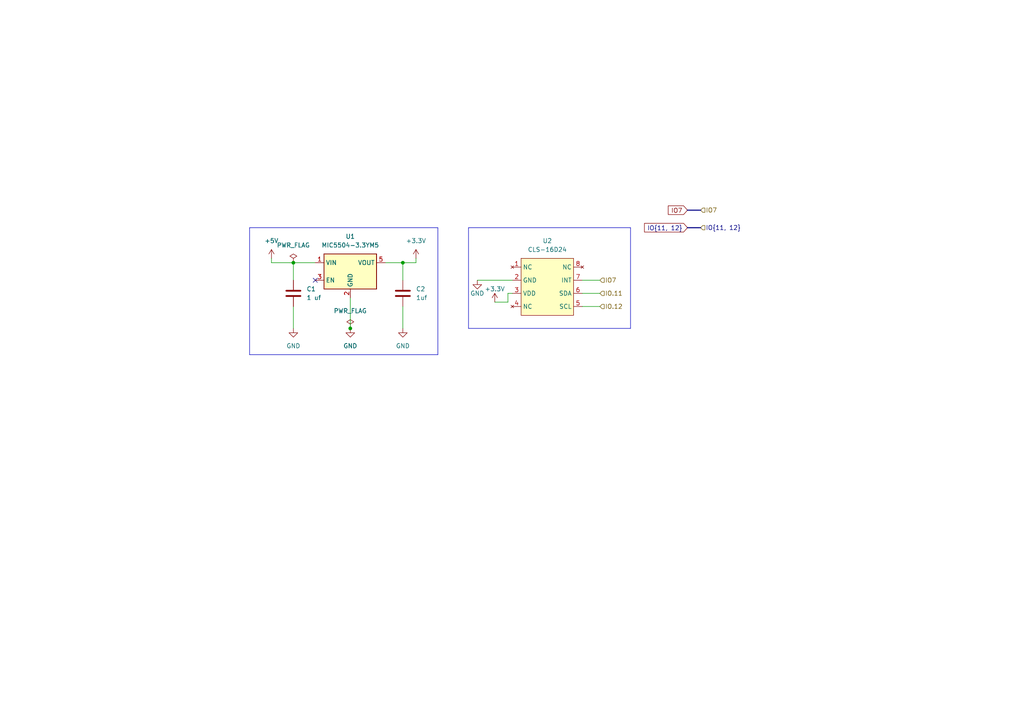
<source format=kicad_sch>
(kicad_sch (version 20230121) (generator eeschema)

  (uuid 78a89be0-6d6e-4a2e-a9c1-54e77d727fe5)

  (paper "A4")

  (lib_symbols
    (symbol "Device:C" (pin_numbers hide) (pin_names (offset 0.254)) (in_bom yes) (on_board yes)
      (property "Reference" "C" (at 0.635 2.54 0)
        (effects (font (size 1.27 1.27)) (justify left))
      )
      (property "Value" "C" (at 0.635 -2.54 0)
        (effects (font (size 1.27 1.27)) (justify left))
      )
      (property "Footprint" "" (at 0.9652 -3.81 0)
        (effects (font (size 1.27 1.27)) hide)
      )
      (property "Datasheet" "~" (at 0 0 0)
        (effects (font (size 1.27 1.27)) hide)
      )
      (property "ki_keywords" "cap capacitor" (at 0 0 0)
        (effects (font (size 1.27 1.27)) hide)
      )
      (property "ki_description" "Unpolarized capacitor" (at 0 0 0)
        (effects (font (size 1.27 1.27)) hide)
      )
      (property "ki_fp_filters" "C_*" (at 0 0 0)
        (effects (font (size 1.27 1.27)) hide)
      )
      (symbol "C_0_1"
        (polyline
          (pts
            (xy -2.032 -0.762)
            (xy 2.032 -0.762)
          )
          (stroke (width 0.508) (type default))
          (fill (type none))
        )
        (polyline
          (pts
            (xy -2.032 0.762)
            (xy 2.032 0.762)
          )
          (stroke (width 0.508) (type default))
          (fill (type none))
        )
      )
      (symbol "C_1_1"
        (pin passive line (at 0 3.81 270) (length 2.794)
          (name "~" (effects (font (size 1.27 1.27))))
          (number "1" (effects (font (size 1.27 1.27))))
        )
        (pin passive line (at 0 -3.81 90) (length 2.794)
          (name "~" (effects (font (size 1.27 1.27))))
          (number "2" (effects (font (size 1.27 1.27))))
        )
      )
    )
    (symbol "RGBWColorSensor:CLS-16D24" (in_bom yes) (on_board yes)
      (property "Reference" "U" (at 1.27 -8.89 0)
        (effects (font (size 1.27 1.27)))
      )
      (property "Value" "CLS-16D24" (at 1.27 -3.81 0)
        (effects (font (size 1.27 1.27)))
      )
      (property "Footprint" "" (at 0 0 0)
        (effects (font (size 1.27 1.27)) hide)
      )
      (property "Datasheet" "" (at 0 0 0)
        (effects (font (size 1.27 1.27)) hide)
      )
      (symbol "CLS-16D24_0_1"
        (rectangle (start -6.35 0) (end 8.89 -16.51)
          (stroke (width 0) (type default))
          (fill (type background))
        )
      )
      (symbol "CLS-16D24_1_1"
        (pin no_connect line (at -8.89 -2.54 0) (length 2.54)
          (name "NC" (effects (font (size 1.27 1.27))))
          (number "1" (effects (font (size 1.27 1.27))))
        )
        (pin power_in line (at -8.89 -6.35 0) (length 2.54)
          (name "GND" (effects (font (size 1.27 1.27))))
          (number "2" (effects (font (size 1.27 1.27))))
        )
        (pin power_in line (at -8.89 -10.16 0) (length 2.54)
          (name "VDD" (effects (font (size 1.27 1.27))))
          (number "3" (effects (font (size 1.27 1.27))))
        )
        (pin no_connect line (at -8.89 -13.97 0) (length 2.54)
          (name "NC" (effects (font (size 1.27 1.27))))
          (number "4" (effects (font (size 1.27 1.27))))
        )
        (pin input line (at 11.43 -13.97 180) (length 2.54)
          (name "SCL" (effects (font (size 1.27 1.27))))
          (number "5" (effects (font (size 1.27 1.27))))
        )
        (pin bidirectional line (at 11.43 -10.16 180) (length 2.54)
          (name "SDA" (effects (font (size 1.27 1.27))))
          (number "6" (effects (font (size 1.27 1.27))))
        )
        (pin output line (at 11.43 -6.35 180) (length 2.54)
          (name "INT" (effects (font (size 1.27 1.27))))
          (number "7" (effects (font (size 1.27 1.27))))
        )
        (pin no_connect line (at 11.43 -2.54 180) (length 2.54)
          (name "NC" (effects (font (size 1.27 1.27))))
          (number "8" (effects (font (size 1.27 1.27))))
        )
      )
    )
    (symbol "Regulator_Linear:MIC5504-3.3YM5" (in_bom yes) (on_board yes)
      (property "Reference" "U" (at -7.62 8.89 0)
        (effects (font (size 1.27 1.27)) (justify left))
      )
      (property "Value" "MIC5504-3.3YM5" (at -7.62 6.35 0)
        (effects (font (size 1.27 1.27)) (justify left))
      )
      (property "Footprint" "Package_TO_SOT_SMD:SOT-23-5" (at 0 -10.16 0)
        (effects (font (size 1.27 1.27)) hide)
      )
      (property "Datasheet" "http://ww1.microchip.com/downloads/en/DeviceDoc/MIC550X.pdf" (at -6.35 6.35 0)
        (effects (font (size 1.27 1.27)) hide)
      )
      (property "ki_keywords" "Micrel LDO voltage regulator" (at 0 0 0)
        (effects (font (size 1.27 1.27)) hide)
      )
      (property "ki_description" "300mA Low-dropout Voltage Regulator, Vout 3.3V, Vin up to 5.5V, SOT-23" (at 0 0 0)
        (effects (font (size 1.27 1.27)) hide)
      )
      (property "ki_fp_filters" "SOT?23?5*" (at 0 0 0)
        (effects (font (size 1.27 1.27)) hide)
      )
      (symbol "MIC5504-3.3YM5_0_1"
        (rectangle (start -7.62 -5.08) (end 7.62 5.08)
          (stroke (width 0.254) (type default))
          (fill (type background))
        )
      )
      (symbol "MIC5504-3.3YM5_1_1"
        (pin power_in line (at -10.16 2.54 0) (length 2.54)
          (name "VIN" (effects (font (size 1.27 1.27))))
          (number "1" (effects (font (size 1.27 1.27))))
        )
        (pin power_in line (at 0 -7.62 90) (length 2.54)
          (name "GND" (effects (font (size 1.27 1.27))))
          (number "2" (effects (font (size 1.27 1.27))))
        )
        (pin input line (at -10.16 -2.54 0) (length 2.54)
          (name "EN" (effects (font (size 1.27 1.27))))
          (number "3" (effects (font (size 1.27 1.27))))
        )
        (pin no_connect line (at 7.62 -2.54 180) (length 2.54) hide
          (name "NC" (effects (font (size 1.27 1.27))))
          (number "4" (effects (font (size 1.27 1.27))))
        )
        (pin power_out line (at 10.16 2.54 180) (length 2.54)
          (name "VOUT" (effects (font (size 1.27 1.27))))
          (number "5" (effects (font (size 1.27 1.27))))
        )
      )
    )
    (symbol "power:+3.3V" (power) (pin_names (offset 0)) (in_bom yes) (on_board yes)
      (property "Reference" "#PWR" (at 0 -3.81 0)
        (effects (font (size 1.27 1.27)) hide)
      )
      (property "Value" "+3.3V" (at 0 3.556 0)
        (effects (font (size 1.27 1.27)))
      )
      (property "Footprint" "" (at 0 0 0)
        (effects (font (size 1.27 1.27)) hide)
      )
      (property "Datasheet" "" (at 0 0 0)
        (effects (font (size 1.27 1.27)) hide)
      )
      (property "ki_keywords" "global power" (at 0 0 0)
        (effects (font (size 1.27 1.27)) hide)
      )
      (property "ki_description" "Power symbol creates a global label with name \"+3.3V\"" (at 0 0 0)
        (effects (font (size 1.27 1.27)) hide)
      )
      (symbol "+3.3V_0_1"
        (polyline
          (pts
            (xy -0.762 1.27)
            (xy 0 2.54)
          )
          (stroke (width 0) (type default))
          (fill (type none))
        )
        (polyline
          (pts
            (xy 0 0)
            (xy 0 2.54)
          )
          (stroke (width 0) (type default))
          (fill (type none))
        )
        (polyline
          (pts
            (xy 0 2.54)
            (xy 0.762 1.27)
          )
          (stroke (width 0) (type default))
          (fill (type none))
        )
      )
      (symbol "+3.3V_1_1"
        (pin power_in line (at 0 0 90) (length 0) hide
          (name "+3.3V" (effects (font (size 1.27 1.27))))
          (number "1" (effects (font (size 1.27 1.27))))
        )
      )
    )
    (symbol "power:+5V" (power) (pin_names (offset 0)) (in_bom yes) (on_board yes)
      (property "Reference" "#PWR" (at 0 -3.81 0)
        (effects (font (size 1.27 1.27)) hide)
      )
      (property "Value" "+5V" (at 0 3.556 0)
        (effects (font (size 1.27 1.27)))
      )
      (property "Footprint" "" (at 0 0 0)
        (effects (font (size 1.27 1.27)) hide)
      )
      (property "Datasheet" "" (at 0 0 0)
        (effects (font (size 1.27 1.27)) hide)
      )
      (property "ki_keywords" "global power" (at 0 0 0)
        (effects (font (size 1.27 1.27)) hide)
      )
      (property "ki_description" "Power symbol creates a global label with name \"+5V\"" (at 0 0 0)
        (effects (font (size 1.27 1.27)) hide)
      )
      (symbol "+5V_0_1"
        (polyline
          (pts
            (xy -0.762 1.27)
            (xy 0 2.54)
          )
          (stroke (width 0) (type default))
          (fill (type none))
        )
        (polyline
          (pts
            (xy 0 0)
            (xy 0 2.54)
          )
          (stroke (width 0) (type default))
          (fill (type none))
        )
        (polyline
          (pts
            (xy 0 2.54)
            (xy 0.762 1.27)
          )
          (stroke (width 0) (type default))
          (fill (type none))
        )
      )
      (symbol "+5V_1_1"
        (pin power_in line (at 0 0 90) (length 0) hide
          (name "+5V" (effects (font (size 1.27 1.27))))
          (number "1" (effects (font (size 1.27 1.27))))
        )
      )
    )
    (symbol "power:GND" (power) (pin_names (offset 0)) (in_bom yes) (on_board yes)
      (property "Reference" "#PWR" (at 0 -6.35 0)
        (effects (font (size 1.27 1.27)) hide)
      )
      (property "Value" "GND" (at 0 -3.81 0)
        (effects (font (size 1.27 1.27)))
      )
      (property "Footprint" "" (at 0 0 0)
        (effects (font (size 1.27 1.27)) hide)
      )
      (property "Datasheet" "" (at 0 0 0)
        (effects (font (size 1.27 1.27)) hide)
      )
      (property "ki_keywords" "global power" (at 0 0 0)
        (effects (font (size 1.27 1.27)) hide)
      )
      (property "ki_description" "Power symbol creates a global label with name \"GND\" , ground" (at 0 0 0)
        (effects (font (size 1.27 1.27)) hide)
      )
      (symbol "GND_0_1"
        (polyline
          (pts
            (xy 0 0)
            (xy 0 -1.27)
            (xy 1.27 -1.27)
            (xy 0 -2.54)
            (xy -1.27 -1.27)
            (xy 0 -1.27)
          )
          (stroke (width 0) (type default))
          (fill (type none))
        )
      )
      (symbol "GND_1_1"
        (pin power_in line (at 0 0 270) (length 0) hide
          (name "GND" (effects (font (size 1.27 1.27))))
          (number "1" (effects (font (size 1.27 1.27))))
        )
      )
    )
    (symbol "power:PWR_FLAG" (power) (pin_numbers hide) (pin_names (offset 0) hide) (in_bom yes) (on_board yes)
      (property "Reference" "#FLG" (at 0 1.905 0)
        (effects (font (size 1.27 1.27)) hide)
      )
      (property "Value" "PWR_FLAG" (at 0 3.81 0)
        (effects (font (size 1.27 1.27)))
      )
      (property "Footprint" "" (at 0 0 0)
        (effects (font (size 1.27 1.27)) hide)
      )
      (property "Datasheet" "~" (at 0 0 0)
        (effects (font (size 1.27 1.27)) hide)
      )
      (property "ki_keywords" "flag power" (at 0 0 0)
        (effects (font (size 1.27 1.27)) hide)
      )
      (property "ki_description" "Special symbol for telling ERC where power comes from" (at 0 0 0)
        (effects (font (size 1.27 1.27)) hide)
      )
      (symbol "PWR_FLAG_0_0"
        (pin power_out line (at 0 0 90) (length 0)
          (name "pwr" (effects (font (size 1.27 1.27))))
          (number "1" (effects (font (size 1.27 1.27))))
        )
      )
      (symbol "PWR_FLAG_0_1"
        (polyline
          (pts
            (xy 0 0)
            (xy 0 1.27)
            (xy -1.016 1.905)
            (xy 0 2.54)
            (xy 1.016 1.905)
            (xy 0 1.27)
          )
          (stroke (width 0) (type default))
          (fill (type none))
        )
      )
    )
  )

  (junction (at 116.84 76.2) (diameter 0) (color 0 0 0 0)
    (uuid 4393a9bf-200c-4426-ab7c-175a8230add2)
  )
  (junction (at 101.6 95.25) (diameter 0) (color 0 0 0 0)
    (uuid 7d9ab613-d0a9-4902-9aea-3eb7e2b2530f)
  )
  (junction (at 85.09 76.2) (diameter 0) (color 0 0 0 0)
    (uuid e92dcabc-eeb9-4dec-a565-a6ca97e4b256)
  )

  (no_connect (at 91.44 81.28) (uuid 0e4239c3-c768-48ac-ba50-02c10bc4360a))

  (wire (pts (xy 85.09 76.2) (xy 91.44 76.2))
    (stroke (width 0) (type default))
    (uuid 0612856a-1784-4564-abb0-bf2add973685)
  )
  (polyline (pts (xy 182.88 95.25) (xy 135.89 95.25))
    (stroke (width 0) (type default))
    (uuid 106e59b6-15b3-408b-af77-33ad5f4d6bfd)
  )

  (bus (pts (xy 199.39 66.04) (xy 203.2 66.04))
    (stroke (width 0) (type default))
    (uuid 1476de0e-db10-4c71-844b-3525a61eaff7)
  )

  (wire (pts (xy 147.32 85.09) (xy 148.59 85.09))
    (stroke (width 0) (type default))
    (uuid 16a0551a-abf0-41a8-b9e4-514527522680)
  )
  (wire (pts (xy 120.65 74.93) (xy 120.65 76.2))
    (stroke (width 0) (type default))
    (uuid 17f21303-aacf-41c0-ac2c-92b601678699)
  )
  (wire (pts (xy 78.74 74.93) (xy 78.74 76.2))
    (stroke (width 0) (type default))
    (uuid 1fec4de9-d43f-4d01-87d5-0b2765417b75)
  )
  (polyline (pts (xy 72.39 102.87) (xy 72.39 66.04))
    (stroke (width 0) (type default))
    (uuid 29220856-ac22-4149-bce9-3bb4259c0cab)
  )

  (wire (pts (xy 138.43 81.28) (xy 148.59 81.28))
    (stroke (width 0) (type default))
    (uuid 2d54f3ab-e4fd-4125-9389-ff5409267f1c)
  )
  (wire (pts (xy 78.74 76.2) (xy 85.09 76.2))
    (stroke (width 0) (type default))
    (uuid 30286cff-ff82-4b10-941b-bc807e8573f3)
  )
  (polyline (pts (xy 72.39 66.04) (xy 127 66.04))
    (stroke (width 0) (type default))
    (uuid 3f12dc3a-bd5b-4b96-aec0-b72f3d08bfc8)
  )
  (polyline (pts (xy 127 66.04) (xy 127 102.87))
    (stroke (width 0) (type default))
    (uuid 4003474a-0e12-43bc-8ad7-cbed91662dbf)
  )

  (wire (pts (xy 147.32 87.63) (xy 143.51 87.63))
    (stroke (width 0) (type default))
    (uuid 4547e1af-176b-40bf-b3b4-aaf33adf0f9d)
  )
  (wire (pts (xy 101.6 86.36) (xy 101.6 95.25))
    (stroke (width 0) (type default))
    (uuid 5fd32337-670a-4bef-867c-03b2708a7bcd)
  )
  (wire (pts (xy 168.91 85.09) (xy 173.99 85.09))
    (stroke (width 0) (type default))
    (uuid 6fb46f09-5788-41d1-b077-5d6a6f77b227)
  )
  (polyline (pts (xy 127 102.87) (xy 72.39 102.87))
    (stroke (width 0) (type default))
    (uuid 7038735c-3cfd-4278-8b48-b63c40820313)
  )
  (polyline (pts (xy 182.88 66.04) (xy 182.88 95.25))
    (stroke (width 0) (type default))
    (uuid 7e6949bc-1403-458a-8fbc-e31393ff0a6b)
  )

  (wire (pts (xy 116.84 76.2) (xy 116.84 81.28))
    (stroke (width 0) (type default))
    (uuid 7eb73de3-fed8-442f-9bec-d6f8f9690b07)
  )
  (wire (pts (xy 120.65 76.2) (xy 116.84 76.2))
    (stroke (width 0) (type default))
    (uuid 7ff4f932-c24a-4b0a-9cfa-e834ae504ef4)
  )
  (polyline (pts (xy 135.89 66.04) (xy 182.88 66.04))
    (stroke (width 0) (type default))
    (uuid 89f05d95-66fe-437b-b965-77acf34280b3)
  )

  (wire (pts (xy 168.91 81.28) (xy 173.99 81.28))
    (stroke (width 0) (type default))
    (uuid 8ce39c2b-a6bf-4621-bbe6-515b45a18520)
  )
  (wire (pts (xy 168.91 88.9) (xy 173.99 88.9))
    (stroke (width 0) (type default))
    (uuid 9987d77b-fd9d-4089-97eb-e359b15f641b)
  )
  (wire (pts (xy 116.84 76.2) (xy 111.76 76.2))
    (stroke (width 0) (type default))
    (uuid b71138ae-c5ea-4378-8257-d7e85e46f880)
  )
  (bus (pts (xy 199.39 60.96) (xy 203.2 60.96))
    (stroke (width 0) (type default))
    (uuid be3e775c-b56a-4847-9046-7a4fbe64bfe9)
  )

  (wire (pts (xy 116.84 88.9) (xy 116.84 95.25))
    (stroke (width 0) (type default))
    (uuid db7bd5de-0134-46fc-91b2-fd280f50d773)
  )
  (wire (pts (xy 85.09 76.2) (xy 85.09 81.28))
    (stroke (width 0) (type default))
    (uuid de7bc22f-6f1f-4e27-8255-dd0623598e0a)
  )
  (wire (pts (xy 85.09 88.9) (xy 85.09 95.25))
    (stroke (width 0) (type default))
    (uuid efa5bc0b-2806-4887-b67e-e092a9d4eea9)
  )
  (polyline (pts (xy 135.89 66.04) (xy 135.89 95.25))
    (stroke (width 0) (type default))
    (uuid fb419776-c8c6-4617-913d-79004825249f)
  )

  (wire (pts (xy 147.32 85.09) (xy 147.32 87.63))
    (stroke (width 0) (type default))
    (uuid ff68a968-3204-4f2f-b5ef-e005edba844a)
  )

  (global_label "IO{11, 12}" (shape input) (at 199.39 66.04 180) (fields_autoplaced)
    (effects (font (size 1.27 1.27)) (justify right))
    (uuid 2e63d020-7198-463c-b18f-5126e53687db)
    (property "Intersheetrefs" "${INTERSHEET_REFS}" (at 186.3657 66.04 0)
      (effects (font (size 1.27 1.27)) (justify right) hide)
    )
  )
  (global_label "IO7" (shape input) (at 199.39 60.96 180) (fields_autoplaced)
    (effects (font (size 1.27 1.27)) (justify right))
    (uuid b8ba8d14-73ec-4e28-ad18-3174741a7bc5)
    (property "Intersheetrefs" "${INTERSHEET_REFS}" (at 193.26 60.96 0)
      (effects (font (size 1.27 1.27)) (justify right) hide)
    )
  )

  (hierarchical_label "IO{11, 12}" (shape input) (at 203.2 66.04 0) (fields_autoplaced)
    (effects (font (size 1.27 1.27)) (justify left))
    (uuid 48b9bcee-c1cf-4ad8-a2b7-68802ed7ceb0)
  )
  (hierarchical_label "IO.11" (shape input) (at 173.99 85.09 0) (fields_autoplaced)
    (effects (font (size 1.27 1.27)) (justify left))
    (uuid 48bb4fa8-4acd-40f0-96fc-a8681df8b479)
  )
  (hierarchical_label "IO7" (shape input) (at 173.99 81.28 0) (fields_autoplaced)
    (effects (font (size 1.27 1.27)) (justify left))
    (uuid 836a7b2c-c117-43d4-91f6-ac129092f604)
  )
  (hierarchical_label "IO.12" (shape input) (at 173.99 88.9 0) (fields_autoplaced)
    (effects (font (size 1.27 1.27)) (justify left))
    (uuid ad9d786a-7e62-4bc6-941e-95443b1c06a0)
  )
  (hierarchical_label "IO7" (shape input) (at 203.2 60.96 0) (fields_autoplaced)
    (effects (font (size 1.27 1.27)) (justify left))
    (uuid ce312576-c86d-4a33-8161-bbd80efba4f0)
  )

  (symbol (lib_id "power:GND") (at 116.84 95.25 0) (unit 1)
    (in_bom yes) (on_board yes) (dnp no) (fields_autoplaced)
    (uuid 03747c4e-7c6a-49bf-803e-646f75ad9147)
    (property "Reference" "#PWR0107" (at 116.84 101.6 0)
      (effects (font (size 1.27 1.27)) hide)
    )
    (property "Value" "GND" (at 116.84 100.33 0)
      (effects (font (size 1.27 1.27)))
    )
    (property "Footprint" "" (at 116.84 95.25 0)
      (effects (font (size 1.27 1.27)) hide)
    )
    (property "Datasheet" "" (at 116.84 95.25 0)
      (effects (font (size 1.27 1.27)) hide)
    )
    (pin "1" (uuid a8e47684-185f-493e-84ae-c6dc74b55f98))
    (instances
      (project "RGBWShield"
        (path "/8928ec99-ca64-4378-9296-deb6dead1bb7"
          (reference "#PWR0107") (unit 1)
        )
      )
      (project "Shield_Pins"
        (path "/c20add66-69f9-4c72-89da-d761e900963a/40713c77-ce2a-425c-9cd6-d47024918032"
          (reference "#PWR023") (unit 1)
        )
      )
    )
  )

  (symbol (lib_id "power:+3.3V") (at 143.51 87.63 0) (unit 1)
    (in_bom yes) (on_board yes) (dnp no)
    (uuid 05fb664f-f401-42b6-a56b-b6bb91bab523)
    (property "Reference" "#PWR0104" (at 143.51 91.44 0)
      (effects (font (size 1.27 1.27)) hide)
    )
    (property "Value" "+3.3V" (at 143.51 83.82 0)
      (effects (font (size 1.27 1.27)))
    )
    (property "Footprint" "" (at 143.51 87.63 0)
      (effects (font (size 1.27 1.27)) hide)
    )
    (property "Datasheet" "" (at 143.51 87.63 0)
      (effects (font (size 1.27 1.27)) hide)
    )
    (pin "1" (uuid 650a2229-1c2c-4c58-a682-f27419418cb0))
    (instances
      (project "RGBWShield"
        (path "/8928ec99-ca64-4378-9296-deb6dead1bb7"
          (reference "#PWR0104") (unit 1)
        )
      )
      (project "Shield_Pins"
        (path "/c20add66-69f9-4c72-89da-d761e900963a/40713c77-ce2a-425c-9cd6-d47024918032"
          (reference "#PWR026") (unit 1)
        )
      )
    )
  )

  (symbol (lib_id "power:GND") (at 101.6 95.25 0) (unit 1)
    (in_bom yes) (on_board yes) (dnp no) (fields_autoplaced)
    (uuid 0ff851e7-3a63-42c7-b2ff-17c38c79e59a)
    (property "Reference" "#PWR0106" (at 101.6 101.6 0)
      (effects (font (size 1.27 1.27)) hide)
    )
    (property "Value" "GND" (at 101.6 100.33 0)
      (effects (font (size 1.27 1.27)))
    )
    (property "Footprint" "" (at 101.6 95.25 0)
      (effects (font (size 1.27 1.27)) hide)
    )
    (property "Datasheet" "" (at 101.6 95.25 0)
      (effects (font (size 1.27 1.27)) hide)
    )
    (pin "1" (uuid 6a8f1178-8f05-4987-9ddd-7d0f30542183))
    (instances
      (project "RGBWShield"
        (path "/8928ec99-ca64-4378-9296-deb6dead1bb7"
          (reference "#PWR0106") (unit 1)
        )
      )
      (project "Shield_Pins"
        (path "/c20add66-69f9-4c72-89da-d761e900963a/40713c77-ce2a-425c-9cd6-d47024918032"
          (reference "#PWR022") (unit 1)
        )
      )
    )
  )

  (symbol (lib_id "power:+5V") (at 78.74 74.93 0) (unit 1)
    (in_bom yes) (on_board yes) (dnp no) (fields_autoplaced)
    (uuid 247be0d1-4468-47e2-8f46-66c928e536dd)
    (property "Reference" "#PWR0105" (at 78.74 78.74 0)
      (effects (font (size 1.27 1.27)) hide)
    )
    (property "Value" "+5V" (at 78.74 69.85 0)
      (effects (font (size 1.27 1.27)))
    )
    (property "Footprint" "" (at 78.74 74.93 0)
      (effects (font (size 1.27 1.27)) hide)
    )
    (property "Datasheet" "" (at 78.74 74.93 0)
      (effects (font (size 1.27 1.27)) hide)
    )
    (pin "1" (uuid b42cd835-83eb-4b0a-9d88-ab9bc40f6393))
    (instances
      (project "RGBWShield"
        (path "/8928ec99-ca64-4378-9296-deb6dead1bb7"
          (reference "#PWR0105") (unit 1)
        )
      )
      (project "Shield_Pins"
        (path "/c20add66-69f9-4c72-89da-d761e900963a/40713c77-ce2a-425c-9cd6-d47024918032"
          (reference "#PWR020") (unit 1)
        )
      )
    )
  )

  (symbol (lib_id "power:GND") (at 85.09 95.25 0) (unit 1)
    (in_bom yes) (on_board yes) (dnp no) (fields_autoplaced)
    (uuid 307dc24f-30f5-4800-a38c-38d0f34d3c54)
    (property "Reference" "#PWR0102" (at 85.09 101.6 0)
      (effects (font (size 1.27 1.27)) hide)
    )
    (property "Value" "GND" (at 85.09 100.33 0)
      (effects (font (size 1.27 1.27)))
    )
    (property "Footprint" "" (at 85.09 95.25 0)
      (effects (font (size 1.27 1.27)) hide)
    )
    (property "Datasheet" "" (at 85.09 95.25 0)
      (effects (font (size 1.27 1.27)) hide)
    )
    (pin "1" (uuid a8b7ea8b-b456-4379-bea8-813f07a67a06))
    (instances
      (project "RGBWShield"
        (path "/8928ec99-ca64-4378-9296-deb6dead1bb7"
          (reference "#PWR0102") (unit 1)
        )
      )
      (project "Shield_Pins"
        (path "/c20add66-69f9-4c72-89da-d761e900963a/40713c77-ce2a-425c-9cd6-d47024918032"
          (reference "#PWR021") (unit 1)
        )
      )
    )
  )

  (symbol (lib_id "power:PWR_FLAG") (at 101.6 95.25 0) (unit 1)
    (in_bom yes) (on_board yes) (dnp no) (fields_autoplaced)
    (uuid 45b0e3ba-d8f6-4de2-993f-6262fbe7c67e)
    (property "Reference" "#FLG0102" (at 101.6 93.345 0)
      (effects (font (size 1.27 1.27)) hide)
    )
    (property "Value" "PWR_FLAG" (at 101.6 90.17 0)
      (effects (font (size 1.27 1.27)))
    )
    (property "Footprint" "" (at 101.6 95.25 0)
      (effects (font (size 1.27 1.27)) hide)
    )
    (property "Datasheet" "~" (at 101.6 95.25 0)
      (effects (font (size 1.27 1.27)) hide)
    )
    (pin "1" (uuid a3de8ba3-1fef-43cb-ad85-5feab312a602))
    (instances
      (project "RGBWShield"
        (path "/8928ec99-ca64-4378-9296-deb6dead1bb7"
          (reference "#FLG0102") (unit 1)
        )
      )
      (project "Shield_Pins"
        (path "/c20add66-69f9-4c72-89da-d761e900963a/40713c77-ce2a-425c-9cd6-d47024918032"
          (reference "#FLG06") (unit 1)
        )
      )
    )
  )

  (symbol (lib_id "power:+3.3V") (at 120.65 74.93 0) (unit 1)
    (in_bom yes) (on_board yes) (dnp no) (fields_autoplaced)
    (uuid 6d1b308d-62f1-419d-b9e1-d72a364dd0f5)
    (property "Reference" "#PWR0101" (at 120.65 78.74 0)
      (effects (font (size 1.27 1.27)) hide)
    )
    (property "Value" "+3.3V" (at 120.65 69.85 0)
      (effects (font (size 1.27 1.27)))
    )
    (property "Footprint" "" (at 120.65 74.93 0)
      (effects (font (size 1.27 1.27)) hide)
    )
    (property "Datasheet" "" (at 120.65 74.93 0)
      (effects (font (size 1.27 1.27)) hide)
    )
    (pin "1" (uuid b97c19f9-820c-45c8-bfe2-7cbd6e2c6618))
    (instances
      (project "RGBWShield"
        (path "/8928ec99-ca64-4378-9296-deb6dead1bb7"
          (reference "#PWR0101") (unit 1)
        )
      )
      (project "Shield_Pins"
        (path "/c20add66-69f9-4c72-89da-d761e900963a/40713c77-ce2a-425c-9cd6-d47024918032"
          (reference "#PWR024") (unit 1)
        )
      )
    )
  )

  (symbol (lib_id "power:GND") (at 138.43 81.28 0) (unit 1)
    (in_bom yes) (on_board yes) (dnp no)
    (uuid 73bfc76f-44bf-4138-b112-28a9138e670e)
    (property "Reference" "#PWR0103" (at 138.43 87.63 0)
      (effects (font (size 1.27 1.27)) hide)
    )
    (property "Value" "GND" (at 138.43 85.09 0)
      (effects (font (size 1.27 1.27)))
    )
    (property "Footprint" "" (at 138.43 81.28 0)
      (effects (font (size 1.27 1.27)) hide)
    )
    (property "Datasheet" "" (at 138.43 81.28 0)
      (effects (font (size 1.27 1.27)) hide)
    )
    (pin "1" (uuid 74bc6881-eb33-4e0b-97e1-f8f8a719c7a5))
    (instances
      (project "RGBWShield"
        (path "/8928ec99-ca64-4378-9296-deb6dead1bb7"
          (reference "#PWR0103") (unit 1)
        )
      )
      (project "Shield_Pins"
        (path "/c20add66-69f9-4c72-89da-d761e900963a/40713c77-ce2a-425c-9cd6-d47024918032"
          (reference "#PWR025") (unit 1)
        )
      )
    )
  )

  (symbol (lib_id "Device:C") (at 85.09 85.09 0) (unit 1)
    (in_bom yes) (on_board yes) (dnp no) (fields_autoplaced)
    (uuid 7d1d5689-8960-4503-a3da-5eb12e830c68)
    (property "Reference" "C1" (at 88.9 83.8199 0)
      (effects (font (size 1.27 1.27)) (justify left))
    )
    (property "Value" "1 uf" (at 88.9 86.3599 0)
      (effects (font (size 1.27 1.27)) (justify left))
    )
    (property "Footprint" "" (at 86.0552 88.9 0)
      (effects (font (size 1.27 1.27)) hide)
    )
    (property "Datasheet" "~" (at 85.09 85.09 0)
      (effects (font (size 1.27 1.27)) hide)
    )
    (pin "1" (uuid ebf6f0fc-18a8-4066-ab75-c86ebcb86a01))
    (pin "2" (uuid 9819a364-5c0c-49a1-896e-9e1f49fc4fde))
    (instances
      (project "RGBWShield"
        (path "/8928ec99-ca64-4378-9296-deb6dead1bb7"
          (reference "C1") (unit 1)
        )
      )
      (project "Shield_Pins"
        (path "/c20add66-69f9-4c72-89da-d761e900963a/40713c77-ce2a-425c-9cd6-d47024918032"
          (reference "C1") (unit 1)
        )
      )
    )
  )

  (symbol (lib_id "Device:C") (at 116.84 85.09 0) (unit 1)
    (in_bom yes) (on_board yes) (dnp no) (fields_autoplaced)
    (uuid 9f865c24-cb8b-4f42-81bb-91e29bee804a)
    (property "Reference" "C2" (at 120.65 83.8199 0)
      (effects (font (size 1.27 1.27)) (justify left))
    )
    (property "Value" "1uf" (at 120.65 86.3599 0)
      (effects (font (size 1.27 1.27)) (justify left))
    )
    (property "Footprint" "" (at 117.8052 88.9 0)
      (effects (font (size 1.27 1.27)) hide)
    )
    (property "Datasheet" "~" (at 116.84 85.09 0)
      (effects (font (size 1.27 1.27)) hide)
    )
    (pin "1" (uuid bb1f9d57-3c63-4a6c-851b-2e1ecd478609))
    (pin "2" (uuid 5621e8b8-36aa-4208-901e-2ae6ac38deb3))
    (instances
      (project "RGBWShield"
        (path "/8928ec99-ca64-4378-9296-deb6dead1bb7"
          (reference "C2") (unit 1)
        )
      )
      (project "Shield_Pins"
        (path "/c20add66-69f9-4c72-89da-d761e900963a/40713c77-ce2a-425c-9cd6-d47024918032"
          (reference "C2") (unit 1)
        )
      )
    )
  )

  (symbol (lib_id "RGBWColorSensor:CLS-16D24") (at 157.48 74.93 0) (unit 1)
    (in_bom yes) (on_board yes) (dnp no) (fields_autoplaced)
    (uuid a1ca1f21-eddc-4375-b708-e1013613b918)
    (property "Reference" "U2" (at 158.75 69.85 0)
      (effects (font (size 1.27 1.27)))
    )
    (property "Value" "CLS-16D24" (at 158.75 72.39 0)
      (effects (font (size 1.27 1.27)))
    )
    (property "Footprint" "" (at 157.48 74.93 0)
      (effects (font (size 1.27 1.27)) hide)
    )
    (property "Datasheet" "" (at 157.48 74.93 0)
      (effects (font (size 1.27 1.27)) hide)
    )
    (pin "1" (uuid 09c87847-19c8-4128-aa61-bcc1338c7fcd))
    (pin "2" (uuid 39830349-7a37-41a9-bacd-450c1b1263c7))
    (pin "3" (uuid 7b3d10b9-05a8-4e21-9817-ac8f3ea726de))
    (pin "4" (uuid 73a16b47-37b9-4654-9de4-50b620a133fe))
    (pin "5" (uuid f4863a82-300e-42fa-b689-972f1d1dd8f8))
    (pin "6" (uuid 32f725a0-bd52-453f-9acc-d6e17b905416))
    (pin "7" (uuid 58de23de-6908-41ee-add5-4b77e0286ac2))
    (pin "8" (uuid 692cfece-87a9-4b2e-8a2c-db3a5bb486c0))
    (instances
      (project "RGBWShield"
        (path "/8928ec99-ca64-4378-9296-deb6dead1bb7"
          (reference "U2") (unit 1)
        )
      )
      (project "Shield_Pins"
        (path "/c20add66-69f9-4c72-89da-d761e900963a/40713c77-ce2a-425c-9cd6-d47024918032"
          (reference "U2") (unit 1)
        )
      )
    )
  )

  (symbol (lib_id "power:PWR_FLAG") (at 85.09 76.2 0) (unit 1)
    (in_bom yes) (on_board yes) (dnp no) (fields_autoplaced)
    (uuid c7a886e3-878a-4aa9-aaf7-eb281d1acc97)
    (property "Reference" "#FLG0101" (at 85.09 74.295 0)
      (effects (font (size 1.27 1.27)) hide)
    )
    (property "Value" "PWR_FLAG" (at 85.09 71.12 0)
      (effects (font (size 1.27 1.27)))
    )
    (property "Footprint" "" (at 85.09 76.2 0)
      (effects (font (size 1.27 1.27)) hide)
    )
    (property "Datasheet" "~" (at 85.09 76.2 0)
      (effects (font (size 1.27 1.27)) hide)
    )
    (pin "1" (uuid 877b4617-2bd5-43eb-b3b6-d5d9847b7908))
    (instances
      (project "RGBWShield"
        (path "/8928ec99-ca64-4378-9296-deb6dead1bb7"
          (reference "#FLG0101") (unit 1)
        )
      )
      (project "Shield_Pins"
        (path "/c20add66-69f9-4c72-89da-d761e900963a/40713c77-ce2a-425c-9cd6-d47024918032"
          (reference "#FLG05") (unit 1)
        )
      )
    )
  )

  (symbol (lib_id "Regulator_Linear:MIC5504-3.3YM5") (at 101.6 78.74 0) (unit 1)
    (in_bom yes) (on_board yes) (dnp no) (fields_autoplaced)
    (uuid f454e2ce-773d-4d4a-a29e-497e231cc184)
    (property "Reference" "U1" (at 101.6 68.58 0)
      (effects (font (size 1.27 1.27)))
    )
    (property "Value" "MIC5504-3.3YM5" (at 101.6 71.12 0)
      (effects (font (size 1.27 1.27)))
    )
    (property "Footprint" "Package_TO_SOT_SMD:SOT-23-5" (at 101.6 88.9 0)
      (effects (font (size 1.27 1.27)) hide)
    )
    (property "Datasheet" "http://ww1.microchip.com/downloads/en/DeviceDoc/MIC550X.pdf" (at 95.25 72.39 0)
      (effects (font (size 1.27 1.27)) hide)
    )
    (pin "1" (uuid 7172d21f-fc73-41d8-a8a1-ea026a9e79d4))
    (pin "2" (uuid abead035-c399-4b25-9061-1e509985f53d))
    (pin "3" (uuid 870f08fe-cdc7-4aaf-a2b0-93ffb04f3a73))
    (pin "4" (uuid 5d141941-699f-419a-a8e5-8fdd106f91a6))
    (pin "5" (uuid 949d8439-9620-46e8-a953-0d9558f1d28b))
    (instances
      (project "RGBWShield"
        (path "/8928ec99-ca64-4378-9296-deb6dead1bb7"
          (reference "U1") (unit 1)
        )
      )
      (project "Shield_Pins"
        (path "/c20add66-69f9-4c72-89da-d761e900963a/40713c77-ce2a-425c-9cd6-d47024918032"
          (reference "U1") (unit 1)
        )
      )
    )
  )
)

</source>
